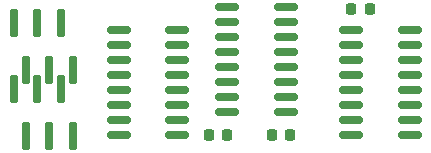
<source format=gbr>
%TF.GenerationSoftware,KiCad,Pcbnew,9.0.1*%
%TF.CreationDate,2025-08-04T21:34:24+02:00*%
%TF.ProjectId,rev1.0,72657631-2e30-42e6-9b69-6361645f7063,rev?*%
%TF.SameCoordinates,Original*%
%TF.FileFunction,Paste,Bot*%
%TF.FilePolarity,Positive*%
%FSLAX46Y46*%
G04 Gerber Fmt 4.6, Leading zero omitted, Abs format (unit mm)*
G04 Created by KiCad (PCBNEW 9.0.1) date 2025-08-04 21:34:24*
%MOMM*%
%LPD*%
G01*
G04 APERTURE LIST*
G04 Aperture macros list*
%AMRoundRect*
0 Rectangle with rounded corners*
0 $1 Rounding radius*
0 $2 $3 $4 $5 $6 $7 $8 $9 X,Y pos of 4 corners*
0 Add a 4 corners polygon primitive as box body*
4,1,4,$2,$3,$4,$5,$6,$7,$8,$9,$2,$3,0*
0 Add four circle primitives for the rounded corners*
1,1,$1+$1,$2,$3*
1,1,$1+$1,$4,$5*
1,1,$1+$1,$6,$7*
1,1,$1+$1,$8,$9*
0 Add four rect primitives between the rounded corners*
20,1,$1+$1,$2,$3,$4,$5,0*
20,1,$1+$1,$4,$5,$6,$7,0*
20,1,$1+$1,$6,$7,$8,$9,0*
20,1,$1+$1,$8,$9,$2,$3,0*%
G04 Aperture macros list end*
%ADD10RoundRect,0.090000X0.210000X1.060000X-0.210000X1.060000X-0.210000X-1.060000X0.210000X-1.060000X0*%
%ADD11RoundRect,0.225000X0.225000X0.250000X-0.225000X0.250000X-0.225000X-0.250000X0.225000X-0.250000X0*%
%ADD12RoundRect,0.150000X-0.825000X-0.150000X0.825000X-0.150000X0.825000X0.150000X-0.825000X0.150000X0*%
%ADD13RoundRect,0.150000X0.825000X0.150000X-0.825000X0.150000X-0.825000X-0.150000X0.825000X-0.150000X0*%
%ADD14RoundRect,0.225000X-0.225000X-0.250000X0.225000X-0.250000X0.225000X0.250000X-0.225000X0.250000X0*%
G04 APERTURE END LIST*
D10*
%TO.C,J4*%
X208470000Y-98425000D03*
X209470000Y-102425000D03*
X206470000Y-98425000D03*
X207470000Y-102425000D03*
X204470000Y-98425000D03*
X205470000Y-102425000D03*
%TD*%
%TO.C,J3*%
X208470000Y-104000000D03*
X209470000Y-108000000D03*
X206470000Y-104000000D03*
X207470000Y-108000000D03*
X204470000Y-104000000D03*
X205470000Y-108000000D03*
%TD*%
D11*
%TO.C,C3*%
X222530000Y-107950000D03*
X220980000Y-107950000D03*
%TD*%
D12*
%TO.C,U2*%
X222535000Y-105975000D03*
X222535000Y-104705000D03*
X222535000Y-103435000D03*
X222535000Y-102165000D03*
X222535000Y-100895000D03*
X222535000Y-99625000D03*
X222535000Y-98355000D03*
X222535000Y-97085000D03*
X227485000Y-97085000D03*
X227485000Y-98355000D03*
X227485000Y-99625000D03*
X227485000Y-100895000D03*
X227485000Y-102165000D03*
X227485000Y-103435000D03*
X227485000Y-104705000D03*
X227485000Y-105975000D03*
%TD*%
D13*
%TO.C,U1*%
X237995000Y-99060000D03*
X237995000Y-100330000D03*
X237995000Y-101600000D03*
X237995000Y-102870000D03*
X237995000Y-104140000D03*
X237995000Y-105410000D03*
X237995000Y-106680000D03*
X237995000Y-107950000D03*
X233045000Y-107950000D03*
X233045000Y-106680000D03*
X233045000Y-105410000D03*
X233045000Y-104140000D03*
X233045000Y-102870000D03*
X233045000Y-101600000D03*
X233045000Y-100330000D03*
X233045000Y-99060000D03*
%TD*%
D11*
%TO.C,C1*%
X234595000Y-97300684D03*
X233045000Y-97300684D03*
%TD*%
D12*
%TO.C,U3*%
X213360000Y-107950000D03*
X213360000Y-106680000D03*
X213360000Y-105410000D03*
X213360000Y-104140000D03*
X213360000Y-102870000D03*
X213360000Y-101600000D03*
X213360000Y-100330000D03*
X213360000Y-99060000D03*
X218310000Y-99060000D03*
X218310000Y-100330000D03*
X218310000Y-101600000D03*
X218310000Y-102870000D03*
X218310000Y-104140000D03*
X218310000Y-105410000D03*
X218310000Y-106680000D03*
X218310000Y-107950000D03*
%TD*%
D14*
%TO.C,C2*%
X226345000Y-107950000D03*
X227895000Y-107950000D03*
%TD*%
M02*

</source>
